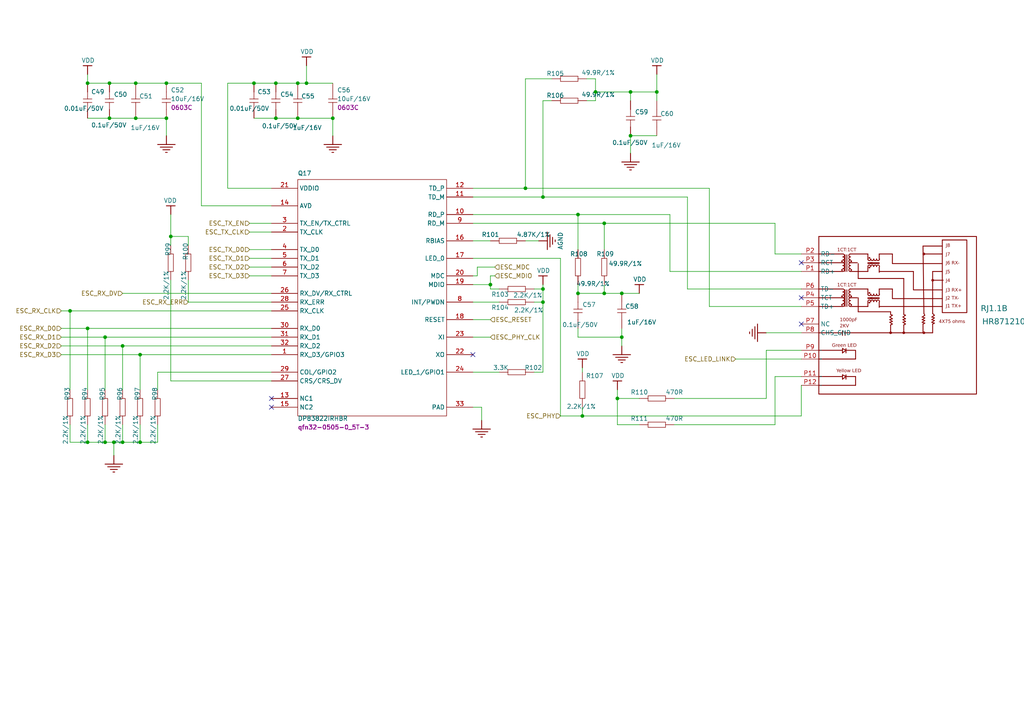
<source format=kicad_sch>
(kicad_sch (version 20250114) (generator "eeschema") (generator_version "9.0")
  (paper "A4")
  (junction (at 172.72 26.67))
  (junction (at 142.24 82.55))
  (junction (at 96.52 34.29))
  (junction (at 180.34 97.79))
  (junction (at 48.26 34.29))
  (junction (at 86.36 34.29))
  (junction (at 167.64 85.09))
  (junction (at 182.88 39.37))
  (junction (at 182.88 26.67))
  (junction (at 31.75 24.13))
  (junction (at 30.48 97.79))
  (junction (at 35.56 100.33))
  (junction (at 31.75 34.29))
  (junction (at 80.01 24.13))
  (junction (at 33.02 128.27))
  (junction (at 35.56 128.27))
  (junction (at 180.34 85.09))
  (junction (at 157.48 87.63))
  (junction (at 39.37 24.13))
  (junction (at 175.26 64.77))
  (junction (at 157.48 57.15))
  (junction (at 175.26 85.09))
  (junction (at 88.9 24.13))
  (junction (at 157.48 83.82))
  (junction (at 40.64 128.27))
  (junction (at 30.48 128.27))
  (junction (at 40.64 102.87))
  (junction (at 20.32 90.17))
  (junction (at 179.07 115.57))
  (junction (at 190.5 26.67))
  (junction (at 25.4 24.13))
  (junction (at 25.4 128.27))
  (junction (at 80.01 34.29))
  (junction (at 168.91 120.65))
  (junction (at 167.64 62.23))
  (junction (at 73.66 24.13))
  (junction (at 48.26 24.13))
  (junction (at 25.4 95.25))
  (junction (at 49.53 68.58))
  (junction (at 86.36 24.13))
  (junction (at 152.4 54.61))
  (junction (at 39.37 34.29))
  (no_connect (at 78.74 115.57))
  (no_connect (at 137.16 102.87))
  (no_connect (at 78.74 118.11))
  (no_connect (at 232.41 86.36))
  (no_connect (at 232.41 76.2))
  (no_connect (at 232.41 93.98))
  (wire (pts (xy 199.39 57.15) (xy 157.48 57.15)))
  (wire (pts (xy 78.74 97.79) (xy 30.48 97.79)))
  (wire (pts (xy 137.16 107.95) (xy 144.78 107.95)))
  (wire (pts (xy 78.74 59.69) (xy 58.42 59.69)))
  (wire (pts (xy 138.43 77.47) (xy 138.43 80.01)))
  (wire (pts (xy 20.32 113.03) (xy 20.32 90.17)))
  (wire (pts (xy 157.48 83.82) (xy 157.48 82.55)))
  (wire (pts (xy 17.78 97.79) (xy 30.48 97.79)))
  (wire (pts (xy 30.48 128.27) (xy 25.4 128.27)))
  (wire (pts (xy 168.91 120.65) (xy 232.41 120.65)))
  (wire (pts (xy 232.41 111.76) (xy 232.41 120.65)))
  (wire (pts (xy 138.43 80.01) (xy 137.16 80.01)))
  (wire (pts (xy 185.42 115.57) (xy 179.07 115.57)))
  (wire (pts (xy 30.48 128.27) (xy 33.02 128.27)))
  (wire (pts (xy 25.4 24.13) (xy 25.4 21.59)))
  (wire (pts (xy 175.26 85.09) (xy 180.34 85.09)))
  (wire (pts (xy 143.51 80.01) (xy 142.24 80.01)))
  (wire (pts (xy 35.56 113.03) (xy 35.56 100.33)))
  (wire (pts (xy 190.5 29.21) (xy 190.5 26.67)))
  (wire (pts (xy 20.32 128.27) (xy 20.32 123.19)))
  (wire (pts (xy 185.42 123.19) (xy 179.07 123.19)))
  (wire (pts (xy 20.32 90.17) (xy 78.74 90.17)))
  (wire (pts (xy 73.66 24.13) (xy 80.01 24.13)))
  (wire (pts (xy 205.74 88.9) (xy 205.74 54.61)))
  (wire (pts (xy 199.39 83.82) (xy 199.39 57.15)))
  (wire (pts (xy 162.56 74.93) (xy 137.16 74.93)))
  (wire (pts (xy 35.56 85.09) (xy 78.74 85.09)))
  (wire (pts (xy 175.26 72.39) (xy 175.26 64.77)))
  (wire (pts (xy 180.34 100.33) (xy 180.34 97.79)))
  (wire (pts (xy 31.75 34.29) (xy 39.37 34.29)))
  (wire (pts (xy 137.16 62.23) (xy 167.64 62.23)))
  (wire (pts (xy 49.53 68.58) (xy 49.53 62.23)))
  (wire (pts (xy 142.24 83.82) (xy 142.24 82.55)))
  (wire (pts (xy 30.48 113.03) (xy 30.48 97.79)))
  (wire (pts (xy 190.5 39.37) (xy 182.88 39.37)))
  (wire (pts (xy 154.94 87.63) (xy 157.48 87.63)))
  (wire (pts (xy 78.74 107.95) (xy 45.72 107.95)))
  (wire (pts (xy 194.31 62.23) (xy 167.64 62.23)))
  (wire (pts (xy 224.79 73.66) (xy 232.41 73.66)))
  (wire (pts (xy 222.25 115.57) (xy 222.25 101.6)))
  (wire (pts (xy 49.53 110.49) (xy 49.53 81.28)))
  (wire (pts (xy 222.25 96.52) (xy 232.41 96.52)))
  (wire (pts (xy 224.79 64.77) (xy 224.79 73.66)))
  (wire (pts (xy 167.64 85.09) (xy 175.26 85.09)))
  (wire (pts (xy 157.48 107.95) (xy 154.94 107.95)))
  (wire (pts (xy 78.74 74.93) (xy 72.39 74.93)))
  (wire (pts (xy 190.5 26.67) (xy 182.88 26.67)))
  (wire (pts (xy 180.34 97.79) (xy 180.34 95.25)))
  (wire (pts (xy 205.74 88.9) (xy 232.41 88.9)))
  (wire (pts (xy 33.02 128.27) (xy 33.02 132.08)))
  (wire (pts (xy 80.01 34.29) (xy 86.36 34.29)))
  (wire (pts (xy 167.64 82.55) (xy 167.64 85.09)))
  (wire (pts (xy 35.56 128.27) (xy 35.56 123.19)))
  (wire (pts (xy 137.16 57.15) (xy 157.48 57.15)))
  (wire (pts (xy 78.74 95.25) (xy 25.4 95.25)))
  (wire (pts (xy 49.53 71.12) (xy 49.53 68.58)))
  (wire (pts (xy 78.74 67.31) (xy 72.39 67.31)))
  (wire (pts (xy 25.4 128.27) (xy 20.32 128.27)))
  (wire (pts (xy 172.72 26.67) (xy 182.88 26.67)))
  (wire (pts (xy 66.04 24.13) (xy 66.04 54.61)))
  (wire (pts (xy 25.4 34.29) (xy 31.75 34.29)))
  (wire (pts (xy 66.04 54.61) (xy 78.74 54.61)))
  (wire (pts (xy 30.48 123.19) (xy 30.48 128.27)))
  (wire (pts (xy 78.74 77.47) (xy 72.39 77.47)))
  (wire (pts (xy 40.64 128.27) (xy 45.72 128.27)))
  (wire (pts (xy 157.48 83.82) (xy 157.48 87.63)))
  (wire (pts (xy 213.36 104.14) (xy 232.41 104.14)))
  (wire (pts (xy 58.42 59.69) (xy 58.42 24.13)))
  (wire (pts (xy 78.74 72.39) (xy 72.39 72.39)))
  (wire (pts (xy 80.01 24.13) (xy 86.36 24.13)))
  (wire (pts (xy 194.31 78.74) (xy 232.41 78.74)))
  (wire (pts (xy 25.4 113.03) (xy 25.4 95.25)))
  (wire (pts (xy 45.72 107.95) (xy 45.72 113.03)))
  (wire (pts (xy 45.72 128.27) (xy 45.72 123.19)))
  (wire (pts (xy 35.56 128.27) (xy 40.64 128.27)))
  (wire (pts (xy 199.39 83.82) (xy 232.41 83.82)))
  (wire (pts (xy 31.75 24.13) (xy 39.37 24.13)))
  (wire (pts (xy 175.26 64.77) (xy 224.79 64.77)))
  (wire (pts (xy 17.78 95.25) (xy 25.4 95.25)))
  (wire (pts (xy 179.07 115.57) (xy 179.07 113.03)))
  (wire (pts (xy 137.16 64.77) (xy 175.26 64.77)))
  (wire (pts (xy 142.24 80.01) (xy 142.24 82.55)))
  (wire (pts (xy 224.79 109.22) (xy 232.41 109.22)))
  (wire (pts (xy 172.72 29.21) (xy 170.18 29.21)))
  (wire (pts (xy 139.7 118.11) (xy 137.16 118.11)))
  (wire (pts (xy 39.37 24.13) (xy 48.26 24.13)))
  (wire (pts (xy 40.64 128.27) (xy 40.64 123.19)))
  (wire (pts (xy 168.91 107.95) (xy 168.91 106.68)))
  (wire (pts (xy 25.4 123.19) (xy 25.4 128.27)))
  (wire (pts (xy 142.24 97.79) (xy 137.16 97.79)))
  (wire (pts (xy 175.26 85.09) (xy 175.26 82.55)))
  (wire (pts (xy 17.78 100.33) (xy 35.56 100.33)))
  (wire (pts (xy 172.72 22.86) (xy 172.72 26.67)))
  (wire (pts (xy 139.7 121.92) (xy 139.7 118.11)))
  (wire (pts (xy 78.74 100.33) (xy 35.56 100.33)))
  (wire (pts (xy 48.26 39.37) (xy 48.26 34.29)))
  (wire (pts (xy 157.48 29.21) (xy 160.02 29.21)))
  (wire (pts (xy 142.24 82.55) (xy 137.16 82.55)))
  (wire (pts (xy 167.64 62.23) (xy 167.64 72.39)))
  (wire (pts (xy 180.34 85.09) (xy 185.42 85.09)))
  (wire (pts (xy 168.91 118.11) (xy 168.91 120.65)))
  (wire (pts (xy 78.74 110.49) (xy 49.53 110.49)))
  (wire (pts (xy 152.4 54.61) (xy 152.4 22.86)))
  (wire (pts (xy 179.07 123.19) (xy 179.07 115.57)))
  (wire (pts (xy 78.74 80.01) (xy 72.39 80.01)))
  (wire (pts (xy 78.74 64.77) (xy 72.39 64.77)))
  (wire (pts (xy 78.74 102.87) (xy 40.64 102.87)))
  (wire (pts (xy 157.48 87.63) (xy 157.48 107.95)))
  (wire (pts (xy 224.79 123.19) (xy 224.79 109.22)))
  (wire (pts (xy 195.58 115.57) (xy 222.25 115.57)))
  (wire (pts (xy 194.31 78.74) (xy 194.31 62.23)))
  (wire (pts (xy 137.16 69.85) (xy 142.24 69.85)))
  (wire (pts (xy 86.36 24.13) (xy 88.9 24.13)))
  (wire (pts (xy 182.88 39.37) (xy 182.88 44.45)))
  (wire (pts (xy 154.94 83.82) (xy 157.48 83.82)))
  (wire (pts (xy 66.04 24.13) (xy 73.66 24.13)))
  (wire (pts (xy 137.16 54.61) (xy 152.4 54.61)))
  (wire (pts (xy 195.58 123.19) (xy 224.79 123.19)))
  (wire (pts (xy 33.02 128.27) (xy 35.56 128.27)))
  (wire (pts (xy 222.25 101.6) (xy 232.41 101.6)))
  (wire (pts (xy 54.61 71.12) (xy 54.61 68.58)))
  (wire (pts (xy 168.91 120.65) (xy 162.56 120.65)))
  (wire (pts (xy 40.64 113.03) (xy 40.64 102.87)))
  (wire (pts (xy 205.74 54.61) (xy 152.4 54.61)))
  (wire (pts (xy 54.61 87.63) (xy 78.74 87.63)))
  (wire (pts (xy 167.64 97.79) (xy 167.64 95.25)))
  (wire (pts (xy 48.26 24.13) (xy 58.42 24.13)))
  (wire (pts (xy 96.52 24.13) (xy 88.9 24.13)))
  (wire (pts (xy 152.4 22.86) (xy 160.02 22.86)))
  (wire (pts (xy 156.21 69.85) (xy 152.4 69.85)))
  (wire (pts (xy 172.72 26.67) (xy 172.72 29.21)))
  (wire (pts (xy 88.9 24.13) (xy 88.9 19.05)))
  (wire (pts (xy 39.37 34.29) (xy 48.26 34.29)))
  (wire (pts (xy 86.36 34.29) (xy 96.52 34.29)))
  (wire (pts (xy 54.61 81.28) (xy 54.61 87.63)))
  (wire (pts (xy 137.16 87.63) (xy 144.78 87.63)))
  (wire (pts (xy 144.78 83.82) (xy 142.24 83.82)))
  (wire (pts (xy 162.56 120.65) (xy 162.56 74.93)))
  (wire (pts (xy 20.32 90.17) (xy 17.78 90.17)))
  (wire (pts (xy 167.64 97.79) (xy 180.34 97.79)))
  (wire (pts (xy 182.88 29.21) (xy 182.88 26.67)))
  (wire (pts (xy 17.78 102.87) (xy 40.64 102.87)))
  (wire (pts (xy 157.48 57.15) (xy 157.48 29.21)))
  (wire (pts (xy 143.51 77.47) (xy 138.43 77.47)))
  (wire (pts (xy 137.16 92.71) (xy 142.24 92.71)))
  (wire (pts (xy 54.61 68.58) (xy 49.53 68.58)))
  (wire (pts (xy 96.52 39.37) (xy 96.52 34.29)))
  (wire (pts (xy 25.4 24.13) (xy 31.75 24.13)))
  (wire (pts (xy 170.18 22.86) (xy 172.72 22.86)))
  (wire (pts (xy 73.66 34.29) (xy 80.01 34.29)))
  (wire (pts (xy 190.5 21.59) (xy 190.5 26.67)))
  (hierarchical_label "ESC_RESET" (shape input) (at 142.24 92.71 0))
  (hierarchical_label "ESC_TX_D0" (shape input) (at 72.39 72.39 180))
  (hierarchical_label "ESC_RX_D1" (shape input) (at 17.78 97.79 180))
  (hierarchical_label "ESC_MDC" (shape input) (at 143.51 77.47 0))
  (hierarchical_label "ESC_TX_D1" (shape input) (at 72.39 74.93 180))
  (hierarchical_label "ESC_TX_CLK" (shape input) (at 72.39 67.31 180))
  (hierarchical_label "ESC_TX_EN" (shape input) (at 72.39 64.77 180))
  (hierarchical_label "ESC_TX_D2" (shape input) (at 72.39 77.47 180))
  (hierarchical_label "ESC_RX_D0" (shape input) (at 17.78 95.25 180))
  (hierarchical_label "ESC_RX_D3" (shape input) (at 17.78 102.87 180))
  (hierarchical_label "ESC_TX_D3" (shape input) (at 72.39 80.01 180))
  (hierarchical_label "ESC_LED_LINK" (shape input) (at 213.36 104.14 180))
  (hierarchical_label "ESC_PHY" (shape input) (at 162.56 120.65 180))
  (hierarchical_label "ESC_RX_DV" (shape input) (at 35.56 85.09 180))
  (hierarchical_label "ESC_MDIO" (shape input) (at 143.51 80.01 0))
  (hierarchical_label "ESC_RX_ERR" (shape input) (at 54.61 87.63 180))
  (hierarchical_label "ESC_RX_D2" (shape input) (at 17.78 100.33 180))
  (hierarchical_label "ESC_RX_CLK" (shape input) (at 17.78 90.17 180))
  (hierarchical_label "ESC_PHY_CLK" (shape input) (at 142.24 97.79 0))
  (symbol (lib_id "sheet1-altium-import:RES_1") (at 166.37 115.57 90) (unit 1)
    (property "Reference" "R107" (at 169.926 109.728 90) (effects (justify right top)))
    (property "Value" "2.2K/1%" (at 164.338 118.618 90) (effects (justify right top)))
    (property "Footprint" "Resistor_SMD:R_0603_1608Metric" (effects (hide yes)))
    (property "Automotive" "非车规" (effects (hide yes)))
    (property "Datasheet Link" "\\\\10.192.7.10\\Dianqu-CIS\\DATASHEET-New\\电阻\\YAGEO_RC_规格书.pdf" (effects (hide yes)))
    (property "EBOM Description" "电阻-10R-±1%-1/10W-(-55~155℃)-0603" (effects (hide yes)))
    (property "Height" "0.55" (effects (hide yes)))
    (property "ID" "269" (effects (hide yes)))
    (property "Implementation Type" "<none>" (effects (hide yes)))
    (property "New Part Number" "3.2.03.01.00274" (effects (hide yes)))
    (property "Origin Footprint" "0603R" (effects (hide yes)))
    (property "PCB Footprint" "0603R" (effects (hide yes)))
    (property "Part State" "已认定" (effects (hide yes)))
    (property "Part Type" "普通电阻" (effects (hide yes)))
    (property "Power Pins Visible" "False" (effects (hide yes)))
    (property "Primitive" "DEFAULT" (effects (hide yes)))
    (property "Source Package" "RES" (effects (hide yes)))
    (property "priority" "H" (effects (hide yes)))
    (property "purpose" "通用" (effects (hide yes)))
    (property "制造商名称" "MC000003_国巨（YAGEO）" (effects (hide yes)))
  )
  (symbol (lib_id "sheet1-altium-import:RES_1") (at 33.02 120.65 90) (unit 1)
    (property "Reference" "R96" (at 34.036 112.268 0) (effects (justify right top)))
    (property "Value" "2.2K/1%" (at 33.528 120.396 0) (effects (justify right top)))
    (property "Footprint" "Resistor_SMD:R_0603_1608Metric" (effects (hide yes)))
    (property "Automotive" "非车规" (effects (hide yes)))
    (property "Datasheet Link" "\\\\10.192.7.10\\Dianqu-CIS\\DATASHEET-New\\电阻\\YAGEO_RC_规格书.pdf" (effects (hide yes)))
    (property "EBOM Description" "电阻-10R-±1%-1/10W-(-55~155℃)-0603" (effects (hide yes)))
    (property "Height" "0.55" (effects (hide yes)))
    (property "ID" "269" (effects (hide yes)))
    (property "Implementation Type" "<none>" (effects (hide yes)))
    (property "New Part Number" "3.2.03.01.00274" (effects (hide yes)))
    (property "Origin Footprint" "0603R" (effects (hide yes)))
    (property "PCB Footprint" "0603R" (effects (hide yes)))
    (property "Part State" "已认定" (effects (hide yes)))
    (property "Part Type" "普通电阻" (effects (hide yes)))
    (property "Power Pins Visible" "False" (effects (hide yes)))
    (property "Primitive" "DEFAULT" (effects (hide yes)))
    (property "Source Package" "RES" (effects (hide yes)))
    (property "priority" "H" (effects (hide yes)))
    (property "purpose" "通用" (effects (hide yes)))
    (property "制造商名称" "MC000003_国巨（YAGEO）" (effects (hide yes)))
  )
  (symbol (lib_id "sheet1-altium-import:RES_3") (at 144.78 67.31 0) (unit 1)
    (property "Reference" "R101" (at 139.7 67.31 0) (effects (justify left top)))
    (property "Value" "4.87K/1%" (at 149.86 67.31 0) (effects (justify left top)))
    (property "Footprint" "Resistor_SMD:R_0603_1608Metric" (effects (hide yes)))
    (property "Automotive" "AEC-Q200" (effects (hide yes)))
    (property "Height" "0.55" (effects (hide yes)))
    (property "ID" "465" (effects (hide yes)))
    (property "Implementation Type" "<none>" (effects (hide yes)))
    (property "New Part Number" "3.2.03.01.00477" (effects (hide yes)))
    (property "Origin Footprint" "0603R" (effects (hide yes)))
    (property "PCB Footprint" "0603R" (effects (hide yes)))
    (property "Part State" "未认定" (effects (hide yes)))
    (property "Part Type" "普通电阻" (effects (hide yes)))
    (property "Power Pins Visible" "False" (effects (hide yes)))
    (property "Primitive" "DEFAULT" (effects (hide yes)))
    (property "Source Package" "RES" (effects (hide yes)))
    (property "priority" "H" (effects (hide yes)))
    (property "purpose" "通用" (effects (hide yes)))
    (property "制造商名称" "MC000003_国巨（YAGEO）" (effects (hide yes)))
    (property "Datasheet Link" "\\\\10.192.7.10\\Dianqu-CIS\\DATASHEET-New\\电阻\\YAGEO_AC_规格书.pdf" (effects (hide yes)))
    (property "EBOM Description" "电阻-3K-±1%-1/10W-(-55~155℃)-车规-0603" (effects (hide yes)))
  )
  (symbol (lib_id "sheet1-altium-import:RES_1") (at 43.18 120.65 90) (unit 1)
    (property "Reference" "R98" (at 44.196 112.268 0) (effects (justify right top)))
    (property "Value" "2.2K/1%" (at 43.688 120.396 0) (effects (justify right top)))
    (property "Footprint" "Resistor_SMD:R_0603_1608Metric" (effects (hide yes)))
    (property "Automotive" "非车规" (effects (hide yes)))
    (property "Datasheet Link" "\\\\10.192.7.10\\Dianqu-CIS\\DATASHEET-New\\电阻\\YAGEO_RC_规格书.pdf" (effects (hide yes)))
    (property "EBOM Description" "电阻-10R-±1%-1/10W-(-55~155℃)-0603" (effects (hide yes)))
    (property "Height" "0.55" (effects (hide yes)))
    (property "ID" "269" (effects (hide yes)))
    (property "Implementation Type" "<none>" (effects (hide yes)))
    (property "New Part Number" "3.2.03.01.00274" (effects (hide yes)))
    (property "Origin Footprint" "0603R" (effects (hide yes)))
    (property "PCB Footprint" "0603R" (effects (hide yes)))
    (property "Part State" "已认定" (effects (hide yes)))
    (property "Part Type" "普通电阻" (effects (hide yes)))
    (property "Power Pins Visible" "False" (effects (hide yes)))
    (property "Primitive" "DEFAULT" (effects (hide yes)))
    (property "Source Package" "RES" (effects (hide yes)))
    (property "priority" "H" (effects (hide yes)))
    (property "purpose" "通用" (effects (hide yes)))
    (property "制造商名称" "MC000003_国巨（YAGEO）" (effects (hide yes)))
  )
  (symbol (lib_id "sheet1-altium-import:CAP_3") (at 187.96 31.75 0) (unit 1)
    (property "Reference" "C60" (at 191.516 32.258 0) (effects (justify left top)))
    (property "Value" "1uF/16V" (at 188.976 41.402 0) (effects (justify left top)))
    (property "Footprint" "Capacitor_SMD:C_0603_1608Metric" (effects (hide yes)))
    (property "Automotive" "AEC-Q200" (effects (hide yes)))
    (property "Datasheet Link" "\\\\10.30.16.21\\D-UserFiles\\Cadence-share\\CIS_LP\\DATASHEET-New\\电容\\TDK_MLCC_规格书.pdf" (effects (hide yes)))
    (property "EBOM Description" "瓷片电容-1uF-±10%-16V-X7R-(-55~125℃)-车规-0603" (effects (hide yes)))
    (property "Height" "0.9" (effects (hide yes)))
    (property "Implementation Type" "<none>" (effects (hide yes)))
    (property "New Part Number" "3.2.04.05.00164" (effects (hide yes)))
    (property "Origin Footprint" "0603C" (effects (hide yes)))
    (property "PCB Footprint" "0603C" (effects (hide yes)))
    (property "Part State" "已认定" (effects (hide yes)))
    (property "Part Type" "瓷片电容" (effects (hide yes)))
    (property "Power Pins Visible" "False" (effects (hide yes)))
    (property "Primitive" "DEFAULT" (effects (hide yes)))
    (property "Source Package" "CAP" (effects (hide yes)))
    (property "priority" "L" (effects (hide yes)))
    (property "purpose" "通用" (effects (hide yes)))
    (property "制造商名称" "MC000032_东电化（TDK）" (effects (hide yes)))
  )
  (symbol (lib_id "sheet1-altium-import:HR871210DE") (at 260.35 91.44 0) (unit 2)
    (property "Reference" "RJ1.1" (at 284.48 89.5349 0) (effects (font (size 1.6891 1.6891)) (justify left)))
    (property "Value" "HR871210DE" (at 284.48 93.3449 0) (effects (font (size 1.6891 1.6891)) (justify left)))
    (property "Footprint" "Lib4:RJ45-TH_HR871210DE" (effects (hide yes)))
    (property "Manufacturer Part" "HR871210DE" (effects (hide yes)))
    (property "Manufacturer" "HANRUN(汉仁)" (effects (hide yes)))
    (property "Supplier Part" "C19724758" (effects (hide yes)))
    (property "Supplier" "LCSC" (effects (hide yes)))
  )
  (symbol (lib_id "sheet1-altium-import:RES_6") (at 187.96 113.03 0) (unit 1)
    (property "Reference" "R110" (at 182.88 113.03 0) (effects (justify left top)))
    (property "Value" "470R" (at 193.04 113.03 0) (effects (justify left top)))
    (property "Footprint" "Resistor_SMD:R_0603_1608Metric" (effects (hide yes)))
    (property "Automotive" "AEC-Q200" (effects (hide yes)))
    (property "Datasheet Link" "\\\\10.192.7.10\\Dianqu-CIS\\DATASHEET-New\\电阻\\YAGEO_AC_规格书.pdf" (effects (hide yes)))
    (property "EBOM Description" "电阻-470R-±5%-1/10W-(-55~155℃)-车规-0603" (effects (hide yes)))
    (property "Height" "0.55" (effects (hide yes)))
    (property "ID" "398" (effects (hide yes)))
    (property "Implementation Type" "<none>" (effects (hide yes)))
    (property "New Part Number" "3.2.03.01.00407" (effects (hide yes)))
    (property "Origin Footprint" "0603R" (effects (hide yes)))
    (property "PCB Footprint" "0603R" (effects (hide yes)))
    (property "Part State" "已认定" (effects (hide yes)))
    (property "Part Type" "普通电阻" (effects (hide yes)))
    (property "Power Pins Visible" "False" (effects (hide yes)))
    (property "Primitive" "DEFAULT" (effects (hide yes)))
    (property "Source Package" "RES" (effects (hide yes)))
    (property "priority" "H" (effects (hide yes)))
    (property "purpose" "通用" (effects (hide yes)))
    (property "制造商名称" "MC000003_国巨（YAGEO）" (effects (hide yes)))
  )
  (symbol (lib_id "sheet1-altium-import:AGND") (at 182.88 44.45 0) (mirror y) (unit 1)
    (property "Reference" "#PWR0117" (effects (hide yes)))
    (property "Value" "AGND" (effects (hide yes)))
    (property "Description" "电源符号创建名为 'AGND' 的全局标签" (effects (hide yes)))
  )
  (symbol (lib_id "sheet1-altium-import:RES_1") (at 38.1 120.65 90) (unit 1)
    (property "Reference" "R97" (at 39.116 112.268 0) (effects (justify right top)))
    (property "Value" "2.2K/1%" (at 38.608 120.396 0) (effects (justify right top)))
    (property "Footprint" "Resistor_SMD:R_0603_1608Metric" (effects (hide yes)))
    (property "Automotive" "非车规" (effects (hide yes)))
    (property "Datasheet Link" "\\\\10.192.7.10\\Dianqu-CIS\\DATASHEET-New\\电阻\\YAGEO_RC_规格书.pdf" (effects (hide yes)))
    (property "EBOM Description" "电阻-10R-±1%-1/10W-(-55~155℃)-0603" (effects (hide yes)))
    (property "Height" "0.55" (effects (hide yes)))
    (property "ID" "269" (effects (hide yes)))
    (property "Implementation Type" "<none>" (effects (hide yes)))
    (property "New Part Number" "3.2.03.01.00274" (effects (hide yes)))
    (property "Origin Footprint" "0603R" (effects (hide yes)))
    (property "PCB Footprint" "0603R" (effects (hide yes)))
    (property "Part State" "已认定" (effects (hide yes)))
    (property "Part Type" "普通电阻" (effects (hide yes)))
    (property "Power Pins Visible" "False" (effects (hide yes)))
    (property "Primitive" "DEFAULT" (effects (hide yes)))
    (property "Source Package" "RES" (effects (hide yes)))
    (property "priority" "H" (effects (hide yes)))
    (property "purpose" "通用" (effects (hide yes)))
    (property "制造商名称" "MC000003_国巨（YAGEO）" (effects (hide yes)))
  )
  (symbol (lib_id "sheet1-altium-import:CAP_2") (at 34.29 31.75 180) (unit 1)
    (property "Reference" "C50" (at 33.02 26.67 0) (effects (justify right bottom)))
    (property "Value" "0.1uF/50V" (at 26.416 35.56 0) (effects (justify right bottom)))
    (property "Footprint" "Capacitor_SMD:C_0603_1608Metric" (effects (hide yes)))
    (property "Automotive" "AEC-Q200" (effects (hide yes)))
    (property "Datasheet Link" "\\\\10.30.16.21\\D-UserFiles\\Cadence-share\\CIS_LP\\DATASHEET-New\\电容\\KEMET_MLCC_规格书.PDF" (effects (hide yes)))
    (property "EBOM Description" "瓷片电容-0.1uF-±10%-50V-X7R-(-55~125℃)-车规-0603" (effects (hide yes)))
    (property "Height" "0.87" (effects (hide yes)))
    (property "Implementation Type" "<none>" (effects (hide yes)))
    (property "New Part Number" "3.2.04.05.00132" (effects (hide yes)))
    (property "Origin Footprint" "0603C" (effects (hide yes)))
    (property "PCB Footprint" "0603C" (effects (hide yes)))
    (property "Part State" "已认定" (effects (hide yes)))
    (property "Part Type" "瓷片电容" (effects (hide yes)))
    (property "Power Pins Visible" "False" (effects (hide yes)))
    (property "Primitive" "DEFAULT" (effects (hide yes)))
    (property "Source Package" "CAP" (effects (hide yes)))
    (property "priority" "H" (effects (hide yes)))
    (property "purpose" "通用" (effects (hide yes)))
    (property "制造商名称" "MC000042_基美（KEMET）" (effects (hide yes)))
  )
  (symbol (lib_id "sheet1-altium-import:CAP_1") (at 71.12 26.67 0) (unit 1)
    (property "Reference" "C53" (at 74.676 25.908 0) (effects (justify left top)))
    (property "Value" "0.01uF/50V" (at 66.548 30.734 0) (effects (justify left top)))
    (property "Footprint" "Capacitor_SMD:C_0603_1608Metric" (effects (hide yes)))
    (property "Automotive" "AEC-Q200" (effects (hide yes)))
    (property "Datasheet Link" "\\\\10.192.7.10\\Dianqu-CIS\\DATASHEET-New\\电容\\KEMET_MLCC_规格书.PDF" (effects (hide yes)))
    (property "EBOM Description" "瓷片电容-330pF-±10%-50V-X7R-(-55~125℃)-车规-0603" (effects (hide yes)))
    (property "Height" "0.87" (effects (hide yes)))
    (property "ID" "146" (effects (hide yes)))
    (property "Implementation Type" "<none>" (effects (hide yes)))
    (property "New Part Number" "3.2.04.05.00143" (effects (hide yes)))
    (property "Origin Footprint" "0603C" (effects (hide yes)))
    (property "PCB Footprint" "0603C" (effects (hide yes)))
    (property "Part State" "已认定" (effects (hide yes)))
    (property "Part Type" "瓷片电容" (effects (hide yes)))
    (property "Power Pins Visible" "False" (effects (hide yes)))
    (property "Primitive" "DEFAULT" (effects (hide yes)))
    (property "Source Package" "CAP" (effects (hide yes)))
    (property "priority" "L" (effects (hide yes)))
    (property "purpose" "通用" (effects (hide yes)))
    (property "制造商名称" "MC000042_基美（KEMET）" (effects (hide yes)))
  )
  (symbol (lib_id "sheet1-altium-import:RES_1") (at 52.07 78.74 90) (unit 1)
    (property "Reference" "R100" (at 53.086 70.358 0) (effects (justify right top)))
    (property "Value" "2.2K/1%" (at 52.578 78.486 0) (effects (justify right top)))
    (property "Footprint" "Resistor_SMD:R_0603_1608Metric" (effects (hide yes)))
    (property "Automotive" "非车规" (effects (hide yes)))
    (property "Datasheet Link" "\\\\10.192.7.10\\Dianqu-CIS\\DATASHEET-New\\电阻\\YAGEO_RC_规格书.pdf" (effects (hide yes)))
    (property "EBOM Description" "电阻-10R-±1%-1/10W-(-55~155℃)-0603" (effects (hide yes)))
    (property "Height" "0.55" (effects (hide yes)))
    (property "ID" "269" (effects (hide yes)))
    (property "Implementation Type" "<none>" (effects (hide yes)))
    (property "New Part Number" "3.2.03.01.00274" (effects (hide yes)))
    (property "Origin Footprint" "0603R" (effects (hide yes)))
    (property "PCB Footprint" "0603R" (effects (hide yes)))
    (property "Part State" "已认定" (effects (hide yes)))
    (property "Part Type" "普通电阻" (effects (hide yes)))
    (property "Power Pins Visible" "False" (effects (hide yes)))
    (property "Primitive" "DEFAULT" (effects (hide yes)))
    (property "Source Package" "RES" (effects (hide yes)))
    (property "priority" "H" (effects (hide yes)))
    (property "purpose" "通用" (effects (hide yes)))
    (property "制造商名称" "MC000003_国巨（YAGEO）" (effects (hide yes)))
  )
  (symbol (lib_id "sheet1-altium-import:CAP_2") (at 82.55 31.75 180) (unit 1)
    (property "Reference" "C54" (at 81.28 26.67 0) (effects (justify right bottom)))
    (property "Value" "0.1uF/50V" (at 75.946 35.814 0) (effects (justify right bottom)))
    (property "Footprint" "Capacitor_SMD:C_0603_1608Metric" (effects (hide yes)))
    (property "Automotive" "AEC-Q200" (effects (hide yes)))
    (property "Datasheet Link" "\\\\10.30.16.21\\D-UserFiles\\Cadence-share\\CIS_LP\\DATASHEET-New\\电容\\KEMET_MLCC_规格书.PDF" (effects (hide yes)))
    (property "EBOM Description" "瓷片电容-0.1uF-±10%-50V-X7R-(-55~125℃)-车规-0603" (effects (hide yes)))
    (property "Height" "0.87" (effects (hide yes)))
    (property "Implementation Type" "<none>" (effects (hide yes)))
    (property "New Part Number" "3.2.04.05.00132" (effects (hide yes)))
    (property "Origin Footprint" "0603C" (effects (hide yes)))
    (property "PCB Footprint" "0603C" (effects (hide yes)))
    (property "Part State" "已认定" (effects (hide yes)))
    (property "Part Type" "瓷片电容" (effects (hide yes)))
    (property "Power Pins Visible" "False" (effects (hide yes)))
    (property "Primitive" "DEFAULT" (effects (hide yes)))
    (property "Source Package" "CAP" (effects (hide yes)))
    (property "priority" "H" (effects (hide yes)))
    (property "purpose" "通用" (effects (hide yes)))
    (property "制造商名称" "MC000042_基美（KEMET）" (effects (hide yes)))
  )
  (symbol (lib_id "sheet1-altium-import:VDD") (at 185.42 85.09 180) (unit 1)
    (property "Reference" "#PWR0118" (effects (hide yes)))
    (property "Value" "VDD" (at 183.642 81.026 0) (effects (justify right)))
    (property "Description" "电源符号创建名为 'VDD' 的全局标签" (effects (hide yes)))
  )
  (symbol (lib_id "sheet1-altium-import:VDD") (at 49.53 62.23 0) (mirror x) (unit 1)
    (property "Reference" "#PWR0108" (effects (hide yes)))
    (property "Value" "VDD" (at 51.308 58.166 0) (effects (justify right)))
    (property "Description" "电源符号创建名为 'VDD' 的全局标签" (effects (hide yes)))
  )
  (symbol (lib_id "sheet1-altium-import:VDD") (at 179.07 113.03 180) (unit 1)
    (property "Reference" "#PWR0115" (effects (hide yes)))
    (property "Value" "VDD" (at 177.292 108.966 0) (effects (justify right)))
    (property "Description" "电源符号创建名为 'VDD' 的全局标签" (effects (hide yes)))
  )
  (symbol (lib_id "sheet1-altium-import:VDD") (at 157.48 82.55 180) (unit 1)
    (property "Reference" "#PWR0113" (effects (hide yes)))
    (property "Value" "VDD" (at 155.702 78.486 0) (effects (justify right)))
    (property "Description" "电源符号创建名为 'VDD' 的全局标签" (effects (hide yes)))
  )
  (symbol (lib_id "sheet1-altium-import:RES_6") (at 187.96 120.65 0) (unit 1)
    (property "Reference" "R111" (at 182.88 120.65 0) (effects (justify left top)))
    (property "Value" "470R" (at 193.04 120.65 0) (effects (justify left top)))
    (property "Footprint" "Resistor_SMD:R_0603_1608Metric" (effects (hide yes)))
    (property "Automotive" "AEC-Q200" (effects (hide yes)))
    (property "Datasheet Link" "\\\\10.192.7.10\\Dianqu-CIS\\DATASHEET-New\\电阻\\YAGEO_AC_规格书.pdf" (effects (hide yes)))
    (property "EBOM Description" "电阻-470R-±5%-1/10W-(-55~155℃)-车规-0603" (effects (hide yes)))
    (property "Height" "0.55" (effects (hide yes)))
    (property "ID" "398" (effects (hide yes)))
    (property "Implementation Type" "<none>" (effects (hide yes)))
    (property "New Part Number" "3.2.03.01.00407" (effects (hide yes)))
    (property "Origin Footprint" "0603R" (effects (hide yes)))
    (property "PCB Footprint" "0603R" (effects (hide yes)))
    (property "Part State" "已认定" (effects (hide yes)))
    (property "Part Type" "普通电阻" (effects (hide yes)))
    (property "Power Pins Visible" "False" (effects (hide yes)))
    (property "Primitive" "DEFAULT" (effects (hide yes)))
    (property "Source Package" "RES" (effects (hide yes)))
    (property "priority" "H" (effects (hide yes)))
    (property "purpose" "通用" (effects (hide yes)))
    (property "制造商名称" "MC000003_国巨（YAGEO）" (effects (hide yes)))
  )
  (symbol (lib_id "sheet1-altium-import:VDD") (at 168.91 106.68 180) (unit 1)
    (property "Reference" "#PWR0114" (effects (hide yes)))
    (property "Value" "VDD" (at 167.132 102.616 0) (effects (justify right)))
    (property "Description" "电源符号创建名为 'VDD' 的全局标签" (effects (hide yes)))
  )
  (symbol (lib_id "sheet1-altium-import:RES_2") (at 147.32 105.41 0) (unit 1)
    (property "Reference" "R102" (at 152.146 105.918 0) (effects (justify left top)))
    (property "Value" "3.3K" (at 143.002 105.918 0) (effects (justify left top)))
    (property "Footprint" "Lib_sheet_10:R_0603_1608Metric" (effects (hide yes)))
    (property "Automotive" "AEC-Q200" (effects (hide yes)))
    (property "Datasheet Link" "\\\\10.192.7.10\\Dianqu-CIS\\DATASHEET-New\\电阻\\YAGEO_AC_规格书.pdf" (effects (hide yes)))
    (property "EBOM Description" "电阻-3.3K-±5%-1/10W-(-55~155℃)-车规-0603" (effects (hide yes)))
    (property "Height" "0.55" (effects (hide yes)))
    (property "ID" "397" (effects (hide yes)))
    (property "Implementation Type" "<none>" (effects (hide yes)))
    (property "New Part Number" "3.2.03.01.00406" (effects (hide yes)))
    (property "Origin Footprint" "0603R" (effects (hide yes)))
    (property "PCB Footprint" "0603R" (effects (hide yes)))
    (property "Part State" "已认定" (effects (hide yes)))
    (property "Part Type" "普通电阻" (effects (hide yes)))
    (property "Power Pins Visible" "False" (effects (hide yes)))
    (property "Primitive" "DEFAULT" (effects (hide yes)))
    (property "Source Package" "RES" (effects (hide yes)))
    (property "priority" "H" (effects (hide yes)))
    (property "purpose" "通用" (effects (hide yes)))
    (property "制造商名称" "MC000003_国巨（YAGEO）" (effects (hide yes)))
  )
  (symbol (lib_id "sheet1-altium-import:RES_2") (at 162.56 26.67 0) (unit 1)
    (property "Reference" "R106" (at 158.496 27.686 0) (effects (justify left)))
    (property "Value" "49.9R/1%" (at 168.656 27.432 0) (effects (justify left)))
    (property "Footprint" "Lib_sheet_10:R_0603_1608Metric" (effects (hide yes)))
    (property "Automotive" "AEC-Q200" (effects (hide yes)))
    (property "Datasheet Link" "\\\\10.192.7.10\\Dianqu-CIS\\DATASHEET-New\\电阻\\YAGEO_AC_规格书.pdf" (effects (hide yes)))
    (property "EBOM Description" "电阻-49.9R-±1%-1/10W-(-55~155℃)-车规-0603" (effects (hide yes)))
    (property "Height" "0.55" (effects (hide yes)))
    (property "ID" "379" (effects (hide yes)))
    (property "Implementation Type" "<none>" (effects (hide yes)))
    (property "New Part Number" "3.2.03.01.00387" (effects (hide yes)))
    (property "Origin Footprint" "0603R" (effects (hide yes)))
    (property "PCB Footprint" "0603R" (effects (hide yes)))
    (property "Part State" "已认定" (effects (hide yes)))
    (property "Part Type" "普通电阻" (effects (hide yes)))
    (property "Power Pins Visible" "False" (effects (hide yes)))
    (property "Primitive" "DEFAULT" (effects (hide yes)))
    (property "Source Package" "RES" (effects (hide yes)))
    (property "priority" "H" (effects (hide yes)))
    (property "purpose" "通用" (effects (hide yes)))
    (property "制造商名称" "MC000003_国巨（YAGEO）" (effects (hide yes)))
  )
  (symbol (lib_id "sheet1-altium-import:CAP_3") (at 83.82 26.67 0) (unit 1)
    (property "Reference" "C55" (at 87.376 27.178 0) (effects (justify left top)))
    (property "Value" "1uF/16V" (at 84.836 36.322 0) (effects (justify left top)))
    (property "Footprint" "Capacitor_SMD:C_0603_1608Metric" (effects (hide yes)))
    (property "Automotive" "AEC-Q200" (effects (hide yes)))
    (property "Datasheet Link" "\\\\10.30.16.21\\D-UserFiles\\Cadence-share\\CIS_LP\\DATASHEET-New\\电容\\TDK_MLCC_规格书.pdf" (effects (hide yes)))
    (property "EBOM Description" "瓷片电容-1uF-±10%-16V-X7R-(-55~125℃)-车规-0603" (effects (hide yes)))
    (property "Height" "0.9" (effects (hide yes)))
    (property "Implementation Type" "<none>" (effects (hide yes)))
    (property "New Part Number" "3.2.04.05.00164" (effects (hide yes)))
    (property "Origin Footprint" "0603C" (effects (hide yes)))
    (property "PCB Footprint" "0603C" (effects (hide yes)))
    (property "Part State" "已认定" (effects (hide yes)))
    (property "Part Type" "瓷片电容" (effects (hide yes)))
    (property "Power Pins Visible" "False" (effects (hide yes)))
    (property "Primitive" "DEFAULT" (effects (hide yes)))
    (property "Source Package" "CAP" (effects (hide yes)))
    (property "priority" "L" (effects (hide yes)))
    (property "purpose" "通用" (effects (hide yes)))
    (property "制造商名称" "MC000032_东电化（TDK）" (effects (hide yes)))
  )
  (symbol (lib_id "sheet1-altium-import:CAP_2") (at 185.42 36.83 180) (unit 1)
    (property "Reference" "C59" (at 184.15 31.75 0) (effects (justify right bottom)))
    (property "Value" "0.1uF/50V" (at 177.546 40.64 0) (effects (justify right bottom)))
    (property "Footprint" "Capacitor_SMD:C_0603_1608Metric" (effects (hide yes)))
    (property "Automotive" "AEC-Q200" (effects (hide yes)))
    (property "Datasheet Link" "\\\\10.30.16.21\\D-UserFiles\\Cadence-share\\CIS_LP\\DATASHEET-New\\电容\\KEMET_MLCC_规格书.PDF" (effects (hide yes)))
    (property "EBOM Description" "瓷片电容-0.1uF-±10%-50V-X7R-(-55~125℃)-车规-0603" (effects (hide yes)))
    (property "Height" "0.87" (effects (hide yes)))
    (property "Implementation Type" "<none>" (effects (hide yes)))
    (property "New Part Number" "3.2.04.05.00132" (effects (hide yes)))
    (property "Origin Footprint" "0603C" (effects (hide yes)))
    (property "PCB Footprint" "0603C" (effects (hide yes)))
    (property "Part State" "已认定" (effects (hide yes)))
    (property "Part Type" "瓷片电容" (effects (hide yes)))
    (property "Power Pins Visible" "False" (effects (hide yes)))
    (property "Primitive" "DEFAULT" (effects (hide yes)))
    (property "Source Package" "CAP" (effects (hide yes)))
    (property "priority" "H" (effects (hide yes)))
    (property "purpose" "通用" (effects (hide yes)))
    (property "制造商名称" "MC000042_基美（KEMET）" (effects (hide yes)))
  )
  (symbol (lib_id "sheet1-altium-import:CAP_1") (at 45.72 26.67 0) (unit 1)
    (property "Reference" "C52" (at 49.53 25.4 0) (effects (justify left top)))
    (property "Value" "10uF/16V" (at 49.53 27.94 0) (effects (justify left top)))
    (property "Footprint" "Capacitor_SMD:C_0603_1608Metric" (effects (hide yes)))
    (property "Automotive" "AEC-Q200" (effects (hide yes)))
    (property "Datasheet Link" "\\\\10.192.7.10\\Dianqu-CIS\\DATASHEET-New\\电容\\KEMET_MLCC_规格书.PDF" (effects (hide yes)))
    (property "EBOM Description" "瓷片电容-330pF-±10%-50V-X7R-(-55~125℃)-车规-0603" (effects (hide yes)))
    (property "Height" "0.87" (effects (hide yes)))
    (property "ID" "146" (effects (hide yes)))
    (property "Implementation Type" "<none>" (effects (hide yes)))
    (property "New Part Number" "3.2.04.05.00143" (effects (hide yes)))
    (property "Origin Footprint" "0603C" (at 49.53 30.48 0) (effects (justify left top)))
    (property "PCB Footprint" "0603C" (at 49.53 30.48 0) (effects (justify left top)))
    (property "Part State" "已认定" (effects (hide yes)))
    (property "Part Type" "瓷片电容" (effects (hide yes)))
    (property "Power Pins Visible" "False" (effects (hide yes)))
    (property "Primitive" "DEFAULT" (effects (hide yes)))
    (property "Source Package" "CAP" (effects (hide yes)))
    (property "priority" "L" (effects (hide yes)))
    (property "purpose" "通用" (effects (hide yes)))
    (property "制造商名称" "MC000042_基美（KEMET）" (effects (hide yes)))
    (property "单向替代料" "3.2.04.05.00228/3.2.04.05.00235" (effects (hide yes)))
  )
  (symbol (lib_id "sheet1-altium-import:AGND") (at 139.7 121.92 0) (mirror y) (unit 1)
    (property "Reference" "#PWR0111" (effects (hide yes)))
    (property "Value" "AGND" (effects (hide yes)))
    (property "Description" "电源符号创建名为 'AGND' 的全局标签" (effects (hide yes)))
  )
  (symbol (lib_id "sheet1-altium-import:AGND") (at 222.25 96.52 270) (mirror x) (unit 1)
    (property "Reference" "#PWR0120" (effects (hide yes)))
    (property "Value" "AGND" (effects (hide yes)))
    (property "Description" "电源符号创建名为 'AGND' 的全局标签" (effects (hide yes)))
  )
  (symbol (lib_id "sheet1-altium-import:CAP_1") (at 22.86 26.67 0) (unit 1)
    (property "Reference" "C49" (at 26.416 25.908 0) (effects (justify left top)))
    (property "Value" "0.01uF/50V" (at 18.542 30.734 0) (effects (justify left top)))
    (property "Footprint" "Capacitor_SMD:C_0603_1608Metric" (effects (hide yes)))
    (property "Automotive" "AEC-Q200" (effects (hide yes)))
    (property "Datasheet Link" "\\\\10.192.7.10\\Dianqu-CIS\\DATASHEET-New\\电容\\KEMET_MLCC_规格书.PDF" (effects (hide yes)))
    (property "EBOM Description" "瓷片电容-330pF-±10%-50V-X7R-(-55~125℃)-车规-0603" (effects (hide yes)))
    (property "Height" "0.87" (effects (hide yes)))
    (property "ID" "146" (effects (hide yes)))
    (property "Implementation Type" "<none>" (effects (hide yes)))
    (property "New Part Number" "3.2.04.05.00143" (effects (hide yes)))
    (property "Origin Footprint" "0603C" (effects (hide yes)))
    (property "PCB Footprint" "0603C" (effects (hide yes)))
    (property "Part State" "已认定" (effects (hide yes)))
    (property "Part Type" "瓷片电容" (effects (hide yes)))
    (property "Power Pins Visible" "False" (effects (hide yes)))
    (property "Primitive" "DEFAULT" (effects (hide yes)))
    (property "Source Package" "CAP" (effects (hide yes)))
    (property "priority" "L" (effects (hide yes)))
    (property "purpose" "通用" (effects (hide yes)))
    (property "制造商名称" "MC000042_基美（KEMET）" (effects (hide yes)))
  )
  (symbol (lib_id "sheet1-altium-import:VDD") (at 25.4 21.59 180) (unit 1)
    (property "Reference" "#PWR0105" (effects (hide yes)))
    (property "Value" "VDD" (at 23.622 17.526 0) (effects (justify right)))
    (property "Description" "电源符号创建名为 'VDD' 的全局标签" (effects (hide yes)))
  )
  (symbol (lib_id "sheet1-altium-import:AGND") (at 180.34 100.33 0) (mirror y) (unit 1)
    (property "Reference" "#PWR0116" (effects (hide yes)))
    (property "Value" "AGND" (effects (hide yes)))
    (property "Description" "电源符号创建名为 'AGND' 的全局标签" (effects (hide yes)))
  )
  (symbol (lib_id "sheet1-altium-import:DP83822IRHBR_3") (at 86.36 52.07 0) (unit 1)
    (property "Reference" "Q17" (at 86.36 49.53 0) (effects (justify left top)))
    (property "Value" "DP83822IRHBR" (at 86.36 120.65 0) (effects (justify left top)))
    (property "Footprint" "Lib_sheet_10:VQFN-32_L5.0-W5.0-P0.50-TL-EP2.9" (effects (hide yes)))
    (property "Implementation Type" "<none>" (effects (hide yes)))
    (property "New Part Number" "3.2.18.25.00027" (effects (hide yes)))
    (property "Origin Footprint" "qfn32-0505-0_5T-3" (at 86.36 123.19 0) (effects (justify left top)))
    (property "PCB Footprint" "qfn32-0505-0_5T-3" (at 86.36 123.19 0) (effects (justify left top)))
    (property "Power Pins Visible" "False" (effects (hide yes)))
    (property "Primitive" "DEFAULT" (effects (hide yes)))
    (property "Source Package" "DP83822IRHBR_3" (effects (hide yes)))
  )
  (symbol (lib_id "sheet1-altium-import:CAP_1") (at 93.98 26.67 0) (unit 1)
    (property "Reference" "C56" (at 97.79 25.4 0) (effects (justify left top)))
    (property "Value" "10uF/16V" (at 97.79 27.94 0) (effects (justify left top)))
    (property "Footprint" "Capacitor_SMD:C_0603_1608Metric" (effects (hide yes)))
    (property "Automotive" "AEC-Q200" (effects (hide yes)))
    (property "Datasheet Link" "\\\\10.192.7.10\\Dianqu-CIS\\DATASHEET-New\\电容\\KEMET_MLCC_规格书.PDF" (effects (hide yes)))
    (property "EBOM Description" "瓷片电容-330pF-±10%-50V-X7R-(-55~125℃)-车规-0603" (effects (hide yes)))
    (property "Height" "0.87" (effects (hide yes)))
    (property "ID" "146" (effects (hide yes)))
    (property "Implementation Type" "<none>" (effects (hide yes)))
    (property "New Part Number" "3.2.04.05.00143" (effects (hide yes)))
    (property "Origin Footprint" "0603C" (at 97.79 30.48 0) (effects (justify left top)))
    (property "PCB Footprint" "0603C" (at 97.79 30.48 0) (effects (justify left top)))
    (property "Part State" "已认定" (effects (hide yes)))
    (property "Part Type" "瓷片电容" (effects (hide yes)))
    (property "Power Pins Visible" "False" (effects (hide yes)))
    (property "Primitive" "DEFAULT" (effects (hide yes)))
    (property "Source Package" "CAP" (effects (hide yes)))
    (property "priority" "L" (effects (hide yes)))
    (property "purpose" "通用" (effects (hide yes)))
    (property "制造商名称" "MC000042_基美（KEMET）" (effects (hide yes)))
    (property "单向替代料" "3.2.04.05.00228/3.2.04.05.00235" (effects (hide yes)))
  )
  (symbol (lib_id "sheet1-altium-import:CAP_2") (at 170.18 92.71 180) (unit 1)
    (property "Reference" "C57" (at 168.91 87.63 0) (effects (justify right bottom)))
    (property "Value" "0.1uF/50V" (at 163.068 93.472 0) (effects (justify right bottom)))
    (property "Footprint" "Capacitor_SMD:C_0603_1608Metric" (effects (hide yes)))
    (property "Automotive" "AEC-Q200" (effects (hide yes)))
    (property "Datasheet Link" "\\\\10.30.16.21\\D-UserFiles\\Cadence-share\\CIS_LP\\DATASHEET-New\\电容\\KEMET_MLCC_规格书.PDF" (effects (hide yes)))
    (property "EBOM Description" "瓷片电容-0.1uF-±10%-50V-X7R-(-55~125℃)-车规-0603" (effects (hide yes)))
    (property "Height" "0.87" (effects (hide yes)))
    (property "Implementation Type" "<none>" (effects (hide yes)))
    (property "New Part Number" "3.2.04.05.00132" (effects (hide yes)))
    (property "Origin Footprint" "0603C" (effects (hide yes)))
    (property "PCB Footprint" "0603C" (effects (hide yes)))
    (property "Part State" "已认定" (effects (hide yes)))
    (property "Part Type" "瓷片电容" (effects (hide yes)))
    (property "Power Pins Visible" "False" (effects (hide yes)))
    (property "Primitive" "DEFAULT" (effects (hide yes)))
    (property "Source Package" "CAP" (effects (hide yes)))
    (property "priority" "H" (effects (hide yes)))
    (property "purpose" "通用" (effects (hide yes)))
    (property "制造商名称" "MC000042_基美（KEMET）" (effects (hide yes)))
  )
  (symbol (lib_id "sheet1-altium-import:RES_2") (at 177.8 74.93 270) (unit 1)
    (property "Reference" "R109" (at 172.974 73.66 90) (effects (justify left)))
    (property "Value" "49.9R/1%" (at 176.53 76.454 90) (effects (justify left)))
    (property "Footprint" "Lib_sheet_10:R_0603_1608Metric" (effects (hide yes)))
    (property "Automotive" "AEC-Q200" (effects (hide yes)))
    (property "Datasheet Link" "\\\\10.192.7.10\\Dianqu-CIS\\DATASHEET-New\\电阻\\YAGEO_AC_规格书.pdf" (effects (hide yes)))
    (property "EBOM Description" "电阻-49.9R-±1%-1/10W-(-55~155℃)-车规-0603" (effects (hide yes)))
    (property "Height" "0.55" (effects (hide yes)))
    (property "ID" "379" (effects (hide yes)))
    (property "Implementation Type" "<none>" (effects (hide yes)))
    (property "New Part Number" "3.2.03.01.00387" (effects (hide yes)))
    (property "Origin Footprint" "0603R" (effects (hide yes)))
    (property "PCB Footprint" "0603R" (effects (hide yes)))
    (property "Part State" "已认定" (effects (hide yes)))
    (property "Part Type" "普通电阻" (effects (hide yes)))
    (property "Power Pins Visible" "False" (effects (hide yes)))
    (property "Primitive" "DEFAULT" (effects (hide yes)))
    (property "Source Package" "RES" (effects (hide yes)))
    (property "priority" "H" (effects (hide yes)))
    (property "purpose" "通用" (effects (hide yes)))
    (property "制造商名称" "MC000003_国巨（YAGEO）" (effects (hide yes)))
  )
  (symbol (lib_id "sheet1-altium-import:RES_1") (at 27.94 120.65 90) (unit 1)
    (property "Reference" "R95" (at 28.956 112.268 0) (effects (justify right top)))
    (property "Value" "2.2K/1%" (at 28.448 120.396 0) (effects (justify right top)))
    (property "Footprint" "Resistor_SMD:R_0603_1608Metric" (effects (hide yes)))
    (property "Automotive" "非车规" (effects (hide yes)))
    (property "Datasheet Link" "\\\\10.192.7.10\\Dianqu-CIS\\DATASHEET-New\\电阻\\YAGEO_RC_规格书.pdf" (effects (hide yes)))
    (property "EBOM Description" "电阻-10R-±1%-1/10W-(-55~155℃)-0603" (effects (hide yes)))
    (property "Height" "0.55" (effects (hide yes)))
    (property "ID" "269" (effects (hide yes)))
    (property "Implementation Type" "<none>" (effects (hide yes)))
    (property "New Part Number" "3.2.03.01.00274" (effects (hide yes)))
    (property "Origin Footprint" "0603R" (effects (hide yes)))
    (property "PCB Footprint" "0603R" (effects (hide yes)))
    (property "Part State" "已认定" (effects (hide yes)))
    (property "Part Type" "普通电阻" (effects (hide yes)))
    (property "Power Pins Visible" "False" (effects (hide yes)))
    (property "Primitive" "DEFAULT" (effects (hide yes)))
    (property "Source Package" "RES" (effects (hide yes)))
    (property "priority" "H" (effects (hide yes)))
    (property "purpose" "通用" (effects (hide yes)))
    (property "制造商名称" "MC000003_国巨（YAGEO）" (effects (hide yes)))
  )
  (symbol (lib_id "sheet1-altium-import:RES_1") (at 152.4 86.36 180) (unit 1)
    (property "Reference" "R103" (at 142.494 86.106 0) (effects (justify right top)))
    (property "Value" "2.2K/1%" (at 148.844 86.36 0) (effects (justify right top)))
    (property "Footprint" "Resistor_SMD:R_0603_1608Metric" (effects (hide yes)))
    (property "Automotive" "非车规" (effects (hide yes)))
    (property "Datasheet Link" "\\\\10.192.7.10\\Dianqu-CIS\\DATASHEET-New\\电阻\\YAGEO_RC_规格书.pdf" (effects (hide yes)))
    (property "EBOM Description" "电阻-10R-±1%-1/10W-(-55~155℃)-0603" (effects (hide yes)))
    (property "Height" "0.55" (effects (hide yes)))
    (property "ID" "269" (effects (hide yes)))
    (property "Implementation Type" "<none>" (effects (hide yes)))
    (property "New Part Number" "3.2.03.01.00274" (effects (hide yes)))
    (property "Origin Footprint" "0603R" (effects (hide yes)))
    (property "PCB Footprint" "0603R" (effects (hide yes)))
    (property "Part State" "已认定" (effects (hide yes)))
    (property "Part Type" "普通电阻" (effects (hide yes)))
    (property "Power Pins Visible" "False" (effects (hide yes)))
    (property "Primitive" "DEFAULT" (effects (hide yes)))
    (property "Source Package" "RES" (effects (hide yes)))
    (property "priority" "H" (effects (hide yes)))
    (property "purpose" "通用" (effects (hide yes)))
    (property "制造商名称" "MC000003_国巨（YAGEO）" (effects (hide yes)))
  )
  (symbol (lib_id "sheet1-altium-import:RES_1") (at 17.78 120.65 90) (unit 1)
    (property "Reference" "R93" (at 18.796 112.268 0) (effects (justify right top)))
    (property "Value" "2.2K/1%" (at 18.288 120.396 0) (effects (justify right top)))
    (property "Footprint" "Resistor_SMD:R_0603_1608Metric" (effects (hide yes)))
    (property "Automotive" "非车规" (effects (hide yes)))
    (property "Datasheet Link" "\\\\10.192.7.10\\Dianqu-CIS\\DATASHEET-New\\电阻\\YAGEO_RC_规格书.pdf" (effects (hide yes)))
    (property "EBOM Description" "电阻-10R-±1%-1/10W-(-55~155℃)-0603" (effects (hide yes)))
    (property "Height" "0.55" (effects (hide yes)))
    (property "ID" "269" (effects (hide yes)))
    (property "Implementation Type" "<none>" (effects (hide yes)))
    (property "New Part Number" "3.2.03.01.00274" (effects (hide yes)))
    (property "Origin Footprint" "0603R" (effects (hide yes)))
    (property "PCB Footprint" "0603R" (effects (hide yes)))
    (property "Part State" "已认定" (effects (hide yes)))
    (property "Part Type" "普通电阻" (effects (hide yes)))
    (property "Power Pins Visible" "False" (effects (hide yes)))
    (property "Primitive" "DEFAULT" (effects (hide yes)))
    (property "Source Package" "RES" (effects (hide yes)))
    (property "priority" "H" (effects (hide yes)))
    (property "purpose" "通用" (effects (hide yes)))
    (property "制造商名称" "MC000003_国巨（YAGEO）" (effects (hide yes)))
  )
  (symbol (lib_id "sheet1-altium-import:CAP_3") (at 36.83 26.67 0) (unit 1)
    (property "Reference" "C51" (at 40.386 27.178 0) (effects (justify left top)))
    (property "Value" "1uF/16V" (at 37.846 36.322 0) (effects (justify left top)))
    (property "Footprint" "Capacitor_SMD:C_0603_1608Metric" (effects (hide yes)))
    (property "Automotive" "AEC-Q200" (effects (hide yes)))
    (property "Datasheet Link" "\\\\10.30.16.21\\D-UserFiles\\Cadence-share\\CIS_LP\\DATASHEET-New\\电容\\TDK_MLCC_规格书.pdf" (effects (hide yes)))
    (property "EBOM Description" "瓷片电容-1uF-±10%-16V-X7R-(-55~125℃)-车规-0603" (effects (hide yes)))
    (property "Height" "0.9" (effects (hide yes)))
    (property "Implementation Type" "<none>" (effects (hide yes)))
    (property "New Part Number" "3.2.04.05.00164" (effects (hide yes)))
    (property "Origin Footprint" "0603C" (effects (hide yes)))
    (property "PCB Footprint" "0603C" (effects (hide yes)))
    (property "Part State" "已认定" (effects (hide yes)))
    (property "Part Type" "瓷片电容" (effects (hide yes)))
    (property "Power Pins Visible" "False" (effects (hide yes)))
    (property "Primitive" "DEFAULT" (effects (hide yes)))
    (property "Source Package" "CAP" (effects (hide yes)))
    (property "priority" "L" (effects (hide yes)))
    (property "purpose" "通用" (effects (hide yes)))
    (property "制造商名称" "MC000032_东电化（TDK）" (effects (hide yes)))
  )
  (symbol (lib_id "sheet1-altium-import:AGND") (at 96.52 39.37 0) (mirror y) (unit 1)
    (property "Reference" "#PWR0110" (effects (hide yes)))
    (property "Value" "AGND" (effects (hide yes)))
    (property "Description" "电源符号创建名为 'AGND' 的全局标签" (effects (hide yes)))
  )
  (symbol (lib_id "sheet1-altium-import:RES_1") (at 46.99 78.74 90) (unit 1)
    (property "Reference" "R99" (at 48.006 70.358 0) (effects (justify right top)))
    (property "Value" "2.2K/1%" (at 47.498 78.486 0) (effects (justify right top)))
    (property "Footprint" "Resistor_SMD:R_0603_1608Metric" (effects (hide yes)))
    (property "Automotive" "非车规" (effects (hide yes)))
    (property "Datasheet Link" "\\\\10.192.7.10\\Dianqu-CIS\\DATASHEET-New\\电阻\\YAGEO_RC_规格书.pdf" (effects (hide yes)))
    (property "EBOM Description" "电阻-10R-±1%-1/10W-(-55~155℃)-0603" (effects (hide yes)))
    (property "Height" "0.55" (effects (hide yes)))
    (property "ID" "269" (effects (hide yes)))
    (property "Implementation Type" "<none>" (effects (hide yes)))
    (property "New Part Number" "3.2.03.01.00274" (effects (hide yes)))
    (property "Origin Footprint" "0603R" (effects (hide yes)))
    (property "PCB Footprint" "0603R" (effects (hide yes)))
    (property "Part State" "已认定" (effects (hide yes)))
    (property "Part Type" "普通电阻" (effects (hide yes)))
    (property "Power Pins Visible" "False" (effects (hide yes)))
    (property "Primitive" "DEFAULT" (effects (hide yes)))
    (property "Source Package" "RES" (effects (hide yes)))
    (property "priority" "H" (effects (hide yes)))
    (property "purpose" "通用" (effects (hide yes)))
    (property "制造商名称" "MC000003_国巨（YAGEO）" (effects (hide yes)))
  )
  (symbol (lib_id "sheet1-altium-import:CAP_3") (at 177.8 87.63 0) (unit 1)
    (property "Reference" "C58" (at 181.356 88.138 0) (effects (justify left top)))
    (property "Value" "1uF/16V" (at 181.864 92.71 0) (effects (justify left top)))
    (property "Footprint" "Capacitor_SMD:C_0603_1608Metric" (effects (hide yes)))
    (property "Automotive" "AEC-Q200" (effects (hide yes)))
    (property "Datasheet Link" "\\\\10.30.16.21\\D-UserFiles\\Cadence-share\\CIS_LP\\DATASHEET-New\\电容\\TDK_MLCC_规格书.pdf" (effects (hide yes)))
    (property "EBOM Description" "瓷片电容-1uF-±10%-16V-X7R-(-55~125℃)-车规-0603" (effects (hide yes)))
    (property "Height" "0.9" (effects (hide yes)))
    (property "Implementation Type" "<none>" (effects (hide yes)))
    (property "New Part Number" "3.2.04.05.00164" (effects (hide yes)))
    (property "Origin Footprint" "0603C" (effects (hide yes)))
    (property "PCB Footprint" "0603C" (effects (hide yes)))
    (property "Part State" "已认定" (effects (hide yes)))
    (property "Part Type" "瓷片电容" (effects (hide yes)))
    (property "Power Pins Visible" "False" (effects (hide yes)))
    (property "Primitive" "DEFAULT" (effects (hide yes)))
    (property "Source Package" "CAP" (effects (hide yes)))
    (property "priority" "L" (effects (hide yes)))
    (property "purpose" "通用" (effects (hide yes)))
    (property "制造商名称" "MC000032_东电化（TDK）" (effects (hide yes)))
  )
  (symbol (lib_id "sheet1-altium-import:AGND") (at 48.26 39.37 0) (mirror y) (unit 1)
    (property "Reference" "#PWR0107" (effects (hide yes)))
    (property "Value" "AGND" (effects (hide yes)))
    (property "Description" "电源符号创建名为 'AGND' 的全局标签" (effects (hide yes)))
  )
  (symbol (lib_id "sheet1-altium-import:RES_2") (at 170.18 74.93 270) (unit 1)
    (property "Reference" "R108" (at 165.354 73.66 90) (effects (justify left)))
    (property "Value" "49.9R/1%" (at 167.132 82.296 90) (effects (justify left)))
    (property "Footprint" "Lib_sheet_10:R_0603_1608Metric" (effects (hide yes)))
    (property "Automotive" "AEC-Q200" (effects (hide yes)))
    (property "Datasheet Link" "\\\\10.192.7.10\\Dianqu-CIS\\DATASHEET-New\\电阻\\YAGEO_AC_规格书.pdf" (effects (hide yes)))
    (property "EBOM Description" "电阻-49.9R-±1%-1/10W-(-55~155℃)-车规-0603" (effects (hide yes)))
    (property "Height" "0.55" (effects (hide yes)))
    (property "ID" "379" (effects (hide yes)))
    (property "Implementation Type" "<none>" (effects (hide yes)))
    (property "New Part Number" "3.2.03.01.00387" (effects (hide yes)))
    (property "Origin Footprint" "0603R" (effects (hide yes)))
    (property "PCB Footprint" "0603R" (effects (hide yes)))
    (property "Part State" "已认定" (effects (hide yes)))
    (property "Part Type" "普通电阻" (effects (hide yes)))
    (property "Power Pins Visible" "False" (effects (hide yes)))
    (property "Primitive" "DEFAULT" (effects (hide yes)))
    (property "Source Package" "RES" (effects (hide yes)))
    (property "priority" "H" (effects (hide yes)))
    (property "purpose" "通用" (effects (hide yes)))
    (property "制造商名称" "MC000003_国巨（YAGEO）" (effects (hide yes)))
  )
  (symbol (lib_id "sheet1-altium-import:RES_2") (at 162.56 20.32 0) (unit 1)
    (property "Reference" "R105" (at 158.496 21.336 0) (effects (justify left)))
    (property "Value" "49.9R/1%" (at 168.656 21.082 0) (effects (justify left)))
    (property "Footprint" "Lib_sheet_10:R_0603_1608Metric" (effects (hide yes)))
    (property "Automotive" "AEC-Q200" (effects (hide yes)))
    (property "Datasheet Link" "\\\\10.192.7.10\\Dianqu-CIS\\DATASHEET-New\\电阻\\YAGEO_AC_规格书.pdf" (effects (hide yes)))
    (property "EBOM Description" "电阻-49.9R-±1%-1/10W-(-55~155℃)-车规-0603" (effects (hide yes)))
    (property "Height" "0.55" (effects (hide yes)))
    (property "ID" "379" (effects (hide yes)))
    (property "Implementation Type" "<none>" (effects (hide yes)))
    (property "New Part Number" "3.2.03.01.00387" (effects (hide yes)))
    (property "Origin Footprint" "0603R" (effects (hide yes)))
    (property "PCB Footprint" "0603R" (effects (hide yes)))
    (property "Part State" "已认定" (effects (hide yes)))
    (property "Part Type" "普通电阻" (effects (hide yes)))
    (property "Power Pins Visible" "False" (effects (hide yes)))
    (property "Primitive" "DEFAULT" (effects (hide yes)))
    (property "Source Package" "RES" (effects (hide yes)))
    (property "priority" "H" (effects (hide yes)))
    (property "purpose" "通用" (effects (hide yes)))
    (property "制造商名称" "MC000003_国巨（YAGEO）" (effects (hide yes)))
  )
  (symbol (lib_id "sheet1-altium-import:VDD") (at 190.5 21.59 180) (unit 1)
    (property "Reference" "#PWR0119" (effects (hide yes)))
    (property "Value" "VDD" (at 188.722 17.526 0) (effects (justify right)))
    (property "Description" "电源符号创建名为 'VDD' 的全局标签" (effects (hide yes)))
  )
  (symbol (lib_id "sheet1-altium-import:RES_1") (at 152.4 90.17 180) (unit 1)
    (property "Reference" "R104" (at 142.494 89.916 0) (effects (justify right top)))
    (property "Value" "2.2K/1%" (at 149.098 90.678 0) (effects (justify right top)))
    (property "Footprint" "Resistor_SMD:R_0603_1608Metric" (effects (hide yes)))
    (property "Automotive" "非车规" (effects (hide yes)))
    (property "Datasheet Link" "\\\\10.192.7.10\\Dianqu-CIS\\DATASHEET-New\\电阻\\YAGEO_RC_规格书.pdf" (effects (hide yes)))
    (property "EBOM Description" "电阻-10R-±1%-1/10W-(-55~155℃)-0603" (effects (hide yes)))
    (property "Height" "0.55" (effects (hide yes)))
    (property "ID" "269" (effects (hide yes)))
    (property "Implementation Type" "<none>" (effects (hide yes)))
    (property "New Part Number" "3.2.03.01.00274" (effects (hide yes)))
    (property "Origin Footprint" "0603R" (effects (hide yes)))
    (property "PCB Footprint" "0603R" (effects (hide yes)))
    (property "Part State" "已认定" (effects (hide yes)))
    (property "Part Type" "普通电阻" (effects (hide yes)))
    (property "Power Pins Visible" "False" (effects (hide yes)))
    (property "Primitive" "DEFAULT" (effects (hide yes)))
    (property "Source Package" "RES" (effects (hide yes)))
    (property "priority" "H" (effects (hide yes)))
    (property "purpose" "通用" (effects (hide yes)))
    (property "制造商名称" "MC000003_国巨（YAGEO）" (effects (hide yes)))
  )
  (symbol (lib_id "sheet1-altium-import:VDD") (at 88.9 19.05 180) (unit 1)
    (property "Reference" "#PWR0109" (effects (hide yes)))
    (property "Value" "VDD" (at 87.122 14.986 0) (effects (justify right)))
    (property "Description" "电源符号创建名为 'VDD' 的全局标签" (effects (hide yes)))
  )
  (symbol (lib_id "sheet1-altium-import:RES_1") (at 22.86 120.65 90) (unit 1)
    (property "Reference" "R94" (at 23.876 112.268 0) (effects (justify right top)))
    (property "Value" "2.2K/1%" (at 23.368 120.396 0) (effects (justify right top)))
    (property "Footprint" "Resistor_SMD:R_0603_1608Metric" (effects (hide yes)))
    (property "Automotive" "非车规" (effects (hide yes)))
    (property "Datasheet Link" "\\\\10.192.7.10\\Dianqu-CIS\\DATASHEET-New\\电阻\\YAGEO_RC_规格书.pdf" (effects (hide yes)))
    (property "EBOM Description" "电阻-10R-±1%-1/10W-(-55~155℃)-0603" (effects (hide yes)))
    (property "Height" "0.55" (effects (hide yes)))
    (property "ID" "269" (effects (hide yes)))
    (property "Implementation Type" "<none>" (effects (hide yes)))
    (property "New Part Number" "3.2.03.01.00274" (effects (hide yes)))
    (property "Origin Footprint" "0603R" (effects (hide yes)))
    (property "PCB Footprint" "0603R" (effects (hide yes)))
    (property "Part State" "已认定" (effects (hide yes)))
    (property "Part Type" "普通电阻" (effects (hide yes)))
    (property "Power Pins Visible" "False" (effects (hide yes)))
    (property "Primitive" "DEFAULT" (effects (hide yes)))
    (property "Source Package" "RES" (effects (hide yes)))
    (property "priority" "H" (effects (hide yes)))
    (property "purpose" "通用" (effects (hide yes)))
    (property "制造商名称" "MC000003_国巨（YAGEO）" (effects (hide yes)))
  )
  (symbol (lib_id "sheet1-altium-import:AGND") (at 33.02 132.08 0) (mirror y) (unit 1)
    (property "Reference" "#PWR0106" (effects (hide yes)))
    (property "Value" "AGND" (effects (hide yes)))
    (property "Description" "电源符号创建名为 'AGND' 的全局标签" (effects (hide yes)))
  )
  (symbol (lib_id "sheet1-altium-import:AGND") (at 156.21 69.85 90) (mirror x) (unit 1)
    (property "Reference" "#PWR0112" (effects (hide yes)))
    (property "Value" "AGND" (at 162.56 69.85 0))
    (property "Description" "电源符号创建名为 'AGND' 的全局标签" (effects (hide yes)))
  )
)
</source>
